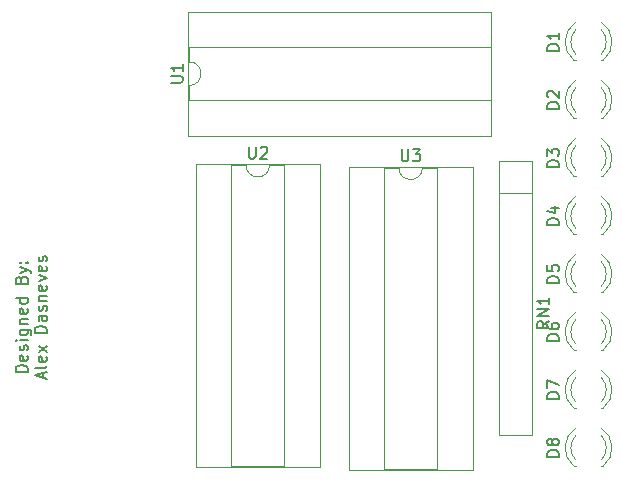
<source format=gbr>
%TF.GenerationSoftware,KiCad,Pcbnew,6.0.2+dfsg-1*%
%TF.CreationDate,2023-03-28T11:03:39-04:00*%
%TF.ProjectId,Register,52656769-7374-4657-922e-6b696361645f,rev?*%
%TF.SameCoordinates,Original*%
%TF.FileFunction,Legend,Top*%
%TF.FilePolarity,Positive*%
%FSLAX46Y46*%
G04 Gerber Fmt 4.6, Leading zero omitted, Abs format (unit mm)*
G04 Created by KiCad (PCBNEW 6.0.2+dfsg-1) date 2023-03-28 11:03:39*
%MOMM*%
%LPD*%
G01*
G04 APERTURE LIST*
%ADD10C,0.150000*%
%ADD11C,0.120000*%
G04 APERTURE END LIST*
D10*
X35969380Y-85391047D02*
X34969380Y-85391047D01*
X34969380Y-85152952D01*
X35017000Y-85010095D01*
X35112238Y-84914857D01*
X35207476Y-84867238D01*
X35397952Y-84819619D01*
X35540809Y-84819619D01*
X35731285Y-84867238D01*
X35826523Y-84914857D01*
X35921761Y-85010095D01*
X35969380Y-85152952D01*
X35969380Y-85391047D01*
X35921761Y-84010095D02*
X35969380Y-84105333D01*
X35969380Y-84295809D01*
X35921761Y-84391047D01*
X35826523Y-84438666D01*
X35445571Y-84438666D01*
X35350333Y-84391047D01*
X35302714Y-84295809D01*
X35302714Y-84105333D01*
X35350333Y-84010095D01*
X35445571Y-83962476D01*
X35540809Y-83962476D01*
X35636047Y-84438666D01*
X35921761Y-83581523D02*
X35969380Y-83486285D01*
X35969380Y-83295809D01*
X35921761Y-83200571D01*
X35826523Y-83152952D01*
X35778904Y-83152952D01*
X35683666Y-83200571D01*
X35636047Y-83295809D01*
X35636047Y-83438666D01*
X35588428Y-83533904D01*
X35493190Y-83581523D01*
X35445571Y-83581523D01*
X35350333Y-83533904D01*
X35302714Y-83438666D01*
X35302714Y-83295809D01*
X35350333Y-83200571D01*
X35969380Y-82724380D02*
X35302714Y-82724380D01*
X34969380Y-82724380D02*
X35017000Y-82772000D01*
X35064619Y-82724380D01*
X35017000Y-82676761D01*
X34969380Y-82724380D01*
X35064619Y-82724380D01*
X35302714Y-81819619D02*
X36112238Y-81819619D01*
X36207476Y-81867238D01*
X36255095Y-81914857D01*
X36302714Y-82010095D01*
X36302714Y-82152952D01*
X36255095Y-82248190D01*
X35921761Y-81819619D02*
X35969380Y-81914857D01*
X35969380Y-82105333D01*
X35921761Y-82200571D01*
X35874142Y-82248190D01*
X35778904Y-82295809D01*
X35493190Y-82295809D01*
X35397952Y-82248190D01*
X35350333Y-82200571D01*
X35302714Y-82105333D01*
X35302714Y-81914857D01*
X35350333Y-81819619D01*
X35302714Y-81343428D02*
X35969380Y-81343428D01*
X35397952Y-81343428D02*
X35350333Y-81295809D01*
X35302714Y-81200571D01*
X35302714Y-81057714D01*
X35350333Y-80962476D01*
X35445571Y-80914857D01*
X35969380Y-80914857D01*
X35921761Y-80057714D02*
X35969380Y-80152952D01*
X35969380Y-80343428D01*
X35921761Y-80438666D01*
X35826523Y-80486285D01*
X35445571Y-80486285D01*
X35350333Y-80438666D01*
X35302714Y-80343428D01*
X35302714Y-80152952D01*
X35350333Y-80057714D01*
X35445571Y-80010095D01*
X35540809Y-80010095D01*
X35636047Y-80486285D01*
X35969380Y-79152952D02*
X34969380Y-79152952D01*
X35921761Y-79152952D02*
X35969380Y-79248190D01*
X35969380Y-79438666D01*
X35921761Y-79533904D01*
X35874142Y-79581523D01*
X35778904Y-79629142D01*
X35493190Y-79629142D01*
X35397952Y-79581523D01*
X35350333Y-79533904D01*
X35302714Y-79438666D01*
X35302714Y-79248190D01*
X35350333Y-79152952D01*
X35445571Y-77581523D02*
X35493190Y-77438666D01*
X35540809Y-77391047D01*
X35636047Y-77343428D01*
X35778904Y-77343428D01*
X35874142Y-77391047D01*
X35921761Y-77438666D01*
X35969380Y-77533904D01*
X35969380Y-77914857D01*
X34969380Y-77914857D01*
X34969380Y-77581523D01*
X35017000Y-77486285D01*
X35064619Y-77438666D01*
X35159857Y-77391047D01*
X35255095Y-77391047D01*
X35350333Y-77438666D01*
X35397952Y-77486285D01*
X35445571Y-77581523D01*
X35445571Y-77914857D01*
X35302714Y-77010095D02*
X35969380Y-76772000D01*
X35302714Y-76533904D02*
X35969380Y-76772000D01*
X36207476Y-76867238D01*
X36255095Y-76914857D01*
X36302714Y-77010095D01*
X35874142Y-76152952D02*
X35921761Y-76105333D01*
X35969380Y-76152952D01*
X35921761Y-76200571D01*
X35874142Y-76152952D01*
X35969380Y-76152952D01*
X35350333Y-76152952D02*
X35397952Y-76105333D01*
X35445571Y-76152952D01*
X35397952Y-76200571D01*
X35350333Y-76152952D01*
X35445571Y-76152952D01*
X37293666Y-85938666D02*
X37293666Y-85462476D01*
X37579380Y-86033904D02*
X36579380Y-85700571D01*
X37579380Y-85367238D01*
X37579380Y-84891047D02*
X37531761Y-84986285D01*
X37436523Y-85033904D01*
X36579380Y-85033904D01*
X37531761Y-84129142D02*
X37579380Y-84224380D01*
X37579380Y-84414857D01*
X37531761Y-84510095D01*
X37436523Y-84557714D01*
X37055571Y-84557714D01*
X36960333Y-84510095D01*
X36912714Y-84414857D01*
X36912714Y-84224380D01*
X36960333Y-84129142D01*
X37055571Y-84081523D01*
X37150809Y-84081523D01*
X37246047Y-84557714D01*
X37579380Y-83748190D02*
X36912714Y-83224380D01*
X36912714Y-83748190D02*
X37579380Y-83224380D01*
X37579380Y-82081523D02*
X36579380Y-82081523D01*
X36579380Y-81843428D01*
X36627000Y-81700571D01*
X36722238Y-81605333D01*
X36817476Y-81557714D01*
X37007952Y-81510095D01*
X37150809Y-81510095D01*
X37341285Y-81557714D01*
X37436523Y-81605333D01*
X37531761Y-81700571D01*
X37579380Y-81843428D01*
X37579380Y-82081523D01*
X37579380Y-80652952D02*
X37055571Y-80652952D01*
X36960333Y-80700571D01*
X36912714Y-80795809D01*
X36912714Y-80986285D01*
X36960333Y-81081523D01*
X37531761Y-80652952D02*
X37579380Y-80748190D01*
X37579380Y-80986285D01*
X37531761Y-81081523D01*
X37436523Y-81129142D01*
X37341285Y-81129142D01*
X37246047Y-81081523D01*
X37198428Y-80986285D01*
X37198428Y-80748190D01*
X37150809Y-80652952D01*
X37531761Y-80224380D02*
X37579380Y-80129142D01*
X37579380Y-79938666D01*
X37531761Y-79843428D01*
X37436523Y-79795809D01*
X37388904Y-79795809D01*
X37293666Y-79843428D01*
X37246047Y-79938666D01*
X37246047Y-80081523D01*
X37198428Y-80176761D01*
X37103190Y-80224380D01*
X37055571Y-80224380D01*
X36960333Y-80176761D01*
X36912714Y-80081523D01*
X36912714Y-79938666D01*
X36960333Y-79843428D01*
X36912714Y-79367238D02*
X37579380Y-79367238D01*
X37007952Y-79367238D02*
X36960333Y-79319619D01*
X36912714Y-79224380D01*
X36912714Y-79081523D01*
X36960333Y-78986285D01*
X37055571Y-78938666D01*
X37579380Y-78938666D01*
X37531761Y-78081523D02*
X37579380Y-78176761D01*
X37579380Y-78367238D01*
X37531761Y-78462476D01*
X37436523Y-78510095D01*
X37055571Y-78510095D01*
X36960333Y-78462476D01*
X36912714Y-78367238D01*
X36912714Y-78176761D01*
X36960333Y-78081523D01*
X37055571Y-78033904D01*
X37150809Y-78033904D01*
X37246047Y-78510095D01*
X36912714Y-77700571D02*
X37579380Y-77462476D01*
X36912714Y-77224380D01*
X37531761Y-76462476D02*
X37579380Y-76557714D01*
X37579380Y-76748190D01*
X37531761Y-76843428D01*
X37436523Y-76891047D01*
X37055571Y-76891047D01*
X36960333Y-76843428D01*
X36912714Y-76748190D01*
X36912714Y-76557714D01*
X36960333Y-76462476D01*
X37055571Y-76414857D01*
X37150809Y-76414857D01*
X37246047Y-76891047D01*
X37531761Y-76033904D02*
X37579380Y-75938666D01*
X37579380Y-75748190D01*
X37531761Y-75652952D01*
X37436523Y-75605333D01*
X37388904Y-75605333D01*
X37293666Y-75652952D01*
X37246047Y-75748190D01*
X37246047Y-75891047D01*
X37198428Y-75986285D01*
X37103190Y-76033904D01*
X37055571Y-76033904D01*
X36960333Y-75986285D01*
X36912714Y-75891047D01*
X36912714Y-75748190D01*
X36960333Y-75652952D01*
%TO.C,D3*%
X80962380Y-68023095D02*
X79962380Y-68023095D01*
X79962380Y-67785000D01*
X80010000Y-67642142D01*
X80105238Y-67546904D01*
X80200476Y-67499285D01*
X80390952Y-67451666D01*
X80533809Y-67451666D01*
X80724285Y-67499285D01*
X80819523Y-67546904D01*
X80914761Y-67642142D01*
X80962380Y-67785000D01*
X80962380Y-68023095D01*
X79962380Y-67118333D02*
X79962380Y-66499285D01*
X80343333Y-66832619D01*
X80343333Y-66689761D01*
X80390952Y-66594523D01*
X80438571Y-66546904D01*
X80533809Y-66499285D01*
X80771904Y-66499285D01*
X80867142Y-66546904D01*
X80914761Y-66594523D01*
X80962380Y-66689761D01*
X80962380Y-66975476D01*
X80914761Y-67070714D01*
X80867142Y-67118333D01*
%TO.C,U3*%
X67648095Y-66557380D02*
X67648095Y-67366904D01*
X67695714Y-67462142D01*
X67743333Y-67509761D01*
X67838571Y-67557380D01*
X68029047Y-67557380D01*
X68124285Y-67509761D01*
X68171904Y-67462142D01*
X68219523Y-67366904D01*
X68219523Y-66557380D01*
X68600476Y-66557380D02*
X69219523Y-66557380D01*
X68886190Y-66938333D01*
X69029047Y-66938333D01*
X69124285Y-66985952D01*
X69171904Y-67033571D01*
X69219523Y-67128809D01*
X69219523Y-67366904D01*
X69171904Y-67462142D01*
X69124285Y-67509761D01*
X69029047Y-67557380D01*
X68743333Y-67557380D01*
X68648095Y-67509761D01*
X68600476Y-67462142D01*
%TO.C,D7*%
X80962380Y-87653095D02*
X79962380Y-87653095D01*
X79962380Y-87415000D01*
X80010000Y-87272142D01*
X80105238Y-87176904D01*
X80200476Y-87129285D01*
X80390952Y-87081666D01*
X80533809Y-87081666D01*
X80724285Y-87129285D01*
X80819523Y-87176904D01*
X80914761Y-87272142D01*
X80962380Y-87415000D01*
X80962380Y-87653095D01*
X79962380Y-86748333D02*
X79962380Y-86081666D01*
X80962380Y-86510238D01*
%TO.C,U2*%
X54708095Y-66337380D02*
X54708095Y-67146904D01*
X54755714Y-67242142D01*
X54803333Y-67289761D01*
X54898571Y-67337380D01*
X55089047Y-67337380D01*
X55184285Y-67289761D01*
X55231904Y-67242142D01*
X55279523Y-67146904D01*
X55279523Y-66337380D01*
X55708095Y-66432619D02*
X55755714Y-66385000D01*
X55850952Y-66337380D01*
X56089047Y-66337380D01*
X56184285Y-66385000D01*
X56231904Y-66432619D01*
X56279523Y-66527857D01*
X56279523Y-66623095D01*
X56231904Y-66765952D01*
X55660476Y-67337380D01*
X56279523Y-67337380D01*
%TO.C,D4*%
X80962380Y-72933095D02*
X79962380Y-72933095D01*
X79962380Y-72695000D01*
X80010000Y-72552142D01*
X80105238Y-72456904D01*
X80200476Y-72409285D01*
X80390952Y-72361666D01*
X80533809Y-72361666D01*
X80724285Y-72409285D01*
X80819523Y-72456904D01*
X80914761Y-72552142D01*
X80962380Y-72695000D01*
X80962380Y-72933095D01*
X80295714Y-71504523D02*
X80962380Y-71504523D01*
X79914761Y-71742619D02*
X80629047Y-71980714D01*
X80629047Y-71361666D01*
%TO.C,D1*%
X80962380Y-58198095D02*
X79962380Y-58198095D01*
X79962380Y-57960000D01*
X80010000Y-57817142D01*
X80105238Y-57721904D01*
X80200476Y-57674285D01*
X80390952Y-57626666D01*
X80533809Y-57626666D01*
X80724285Y-57674285D01*
X80819523Y-57721904D01*
X80914761Y-57817142D01*
X80962380Y-57960000D01*
X80962380Y-58198095D01*
X80962380Y-56674285D02*
X80962380Y-57245714D01*
X80962380Y-56960000D02*
X79962380Y-56960000D01*
X80105238Y-57055238D01*
X80200476Y-57150476D01*
X80248095Y-57245714D01*
%TO.C,U1*%
X48102380Y-60911904D02*
X48911904Y-60911904D01*
X49007142Y-60864285D01*
X49054761Y-60816666D01*
X49102380Y-60721428D01*
X49102380Y-60530952D01*
X49054761Y-60435714D01*
X49007142Y-60388095D01*
X48911904Y-60340476D01*
X48102380Y-60340476D01*
X49102380Y-59340476D02*
X49102380Y-59911904D01*
X49102380Y-59626190D02*
X48102380Y-59626190D01*
X48245238Y-59721428D01*
X48340476Y-59816666D01*
X48388095Y-59911904D01*
%TO.C,D8*%
X80962380Y-92563095D02*
X79962380Y-92563095D01*
X79962380Y-92325000D01*
X80010000Y-92182142D01*
X80105238Y-92086904D01*
X80200476Y-92039285D01*
X80390952Y-91991666D01*
X80533809Y-91991666D01*
X80724285Y-92039285D01*
X80819523Y-92086904D01*
X80914761Y-92182142D01*
X80962380Y-92325000D01*
X80962380Y-92563095D01*
X80390952Y-91420238D02*
X80343333Y-91515476D01*
X80295714Y-91563095D01*
X80200476Y-91610714D01*
X80152857Y-91610714D01*
X80057619Y-91563095D01*
X80010000Y-91515476D01*
X79962380Y-91420238D01*
X79962380Y-91229761D01*
X80010000Y-91134523D01*
X80057619Y-91086904D01*
X80152857Y-91039285D01*
X80200476Y-91039285D01*
X80295714Y-91086904D01*
X80343333Y-91134523D01*
X80390952Y-91229761D01*
X80390952Y-91420238D01*
X80438571Y-91515476D01*
X80486190Y-91563095D01*
X80581428Y-91610714D01*
X80771904Y-91610714D01*
X80867142Y-91563095D01*
X80914761Y-91515476D01*
X80962380Y-91420238D01*
X80962380Y-91229761D01*
X80914761Y-91134523D01*
X80867142Y-91086904D01*
X80771904Y-91039285D01*
X80581428Y-91039285D01*
X80486190Y-91086904D01*
X80438571Y-91134523D01*
X80390952Y-91229761D01*
%TO.C,RN1*%
X80122380Y-81110476D02*
X79646190Y-81443809D01*
X80122380Y-81681904D02*
X79122380Y-81681904D01*
X79122380Y-81300952D01*
X79170000Y-81205714D01*
X79217619Y-81158095D01*
X79312857Y-81110476D01*
X79455714Y-81110476D01*
X79550952Y-81158095D01*
X79598571Y-81205714D01*
X79646190Y-81300952D01*
X79646190Y-81681904D01*
X80122380Y-80681904D02*
X79122380Y-80681904D01*
X80122380Y-80110476D01*
X79122380Y-80110476D01*
X80122380Y-79110476D02*
X80122380Y-79681904D01*
X80122380Y-79396190D02*
X79122380Y-79396190D01*
X79265238Y-79491428D01*
X79360476Y-79586666D01*
X79408095Y-79681904D01*
%TO.C,D6*%
X80962380Y-82743095D02*
X79962380Y-82743095D01*
X79962380Y-82505000D01*
X80010000Y-82362142D01*
X80105238Y-82266904D01*
X80200476Y-82219285D01*
X80390952Y-82171666D01*
X80533809Y-82171666D01*
X80724285Y-82219285D01*
X80819523Y-82266904D01*
X80914761Y-82362142D01*
X80962380Y-82505000D01*
X80962380Y-82743095D01*
X79962380Y-81314523D02*
X79962380Y-81505000D01*
X80010000Y-81600238D01*
X80057619Y-81647857D01*
X80200476Y-81743095D01*
X80390952Y-81790714D01*
X80771904Y-81790714D01*
X80867142Y-81743095D01*
X80914761Y-81695476D01*
X80962380Y-81600238D01*
X80962380Y-81409761D01*
X80914761Y-81314523D01*
X80867142Y-81266904D01*
X80771904Y-81219285D01*
X80533809Y-81219285D01*
X80438571Y-81266904D01*
X80390952Y-81314523D01*
X80343333Y-81409761D01*
X80343333Y-81600238D01*
X80390952Y-81695476D01*
X80438571Y-81743095D01*
X80533809Y-81790714D01*
%TO.C,D5*%
X80962380Y-77843095D02*
X79962380Y-77843095D01*
X79962380Y-77605000D01*
X80010000Y-77462142D01*
X80105238Y-77366904D01*
X80200476Y-77319285D01*
X80390952Y-77271666D01*
X80533809Y-77271666D01*
X80724285Y-77319285D01*
X80819523Y-77366904D01*
X80914761Y-77462142D01*
X80962380Y-77605000D01*
X80962380Y-77843095D01*
X79962380Y-76366904D02*
X79962380Y-76843095D01*
X80438571Y-76890714D01*
X80390952Y-76843095D01*
X80343333Y-76747857D01*
X80343333Y-76509761D01*
X80390952Y-76414523D01*
X80438571Y-76366904D01*
X80533809Y-76319285D01*
X80771904Y-76319285D01*
X80867142Y-76366904D01*
X80914761Y-76414523D01*
X80962380Y-76509761D01*
X80962380Y-76747857D01*
X80914761Y-76843095D01*
X80867142Y-76890714D01*
%TO.C,D2*%
X80962380Y-63108095D02*
X79962380Y-63108095D01*
X79962380Y-62870000D01*
X80010000Y-62727142D01*
X80105238Y-62631904D01*
X80200476Y-62584285D01*
X80390952Y-62536666D01*
X80533809Y-62536666D01*
X80724285Y-62584285D01*
X80819523Y-62631904D01*
X80914761Y-62727142D01*
X80962380Y-62870000D01*
X80962380Y-63108095D01*
X80057619Y-62155714D02*
X80010000Y-62108095D01*
X79962380Y-62012857D01*
X79962380Y-61774761D01*
X80010000Y-61679523D01*
X80057619Y-61631904D01*
X80152857Y-61584285D01*
X80248095Y-61584285D01*
X80390952Y-61631904D01*
X80962380Y-62203333D01*
X80962380Y-61584285D01*
D11*
%TO.C,D3*%
X84550000Y-68845000D02*
X84706000Y-68845000D01*
X82234000Y-68845000D02*
X82390000Y-68845000D01*
X82391392Y-65612665D02*
G75*
G03*
X82234484Y-68845000I1078609J-1672335D01*
G01*
X82390163Y-66243870D02*
G75*
G03*
X82390000Y-68325961I1079837J-1041130D01*
G01*
X84705516Y-68845000D02*
G75*
G03*
X84548608Y-65612665I-1235517J1560000D01*
G01*
X84550000Y-68325961D02*
G75*
G03*
X84549837Y-66243870I-1080000J1040961D01*
G01*
%TO.C,U3*%
X67410000Y-68105000D02*
X66160000Y-68105000D01*
X63160000Y-68045000D02*
X63160000Y-93685000D01*
X73660000Y-93685000D02*
X73660000Y-68045000D01*
X63160000Y-93685000D02*
X73660000Y-93685000D01*
X70660000Y-68105000D02*
X69410000Y-68105000D01*
X73660000Y-68045000D02*
X63160000Y-68045000D01*
X66160000Y-93625000D02*
X70660000Y-93625000D01*
X70660000Y-93625000D02*
X70660000Y-68105000D01*
X66160000Y-68105000D02*
X66160000Y-93625000D01*
X67410000Y-68105000D02*
G75*
G03*
X69410000Y-68105000I1000000J0D01*
G01*
%TO.C,D7*%
X82234000Y-88475000D02*
X82390000Y-88475000D01*
X84550000Y-88475000D02*
X84706000Y-88475000D01*
X82391392Y-85242665D02*
G75*
G03*
X82234484Y-88475000I1078609J-1672335D01*
G01*
X84550000Y-87955961D02*
G75*
G03*
X84549837Y-85873870I-1080000J1040961D01*
G01*
X84705516Y-88475000D02*
G75*
G03*
X84548608Y-85242665I-1235517J1560000D01*
G01*
X82390163Y-85873870D02*
G75*
G03*
X82390000Y-87955961I1079837J-1041130D01*
G01*
%TO.C,U2*%
X50220000Y-67825000D02*
X50220000Y-93465000D01*
X57720000Y-93405000D02*
X57720000Y-67885000D01*
X53220000Y-67885000D02*
X53220000Y-93405000D01*
X60720000Y-67825000D02*
X50220000Y-67825000D01*
X53220000Y-93405000D02*
X57720000Y-93405000D01*
X60720000Y-93465000D02*
X60720000Y-67825000D01*
X54470000Y-67885000D02*
X53220000Y-67885000D01*
X50220000Y-93465000D02*
X60720000Y-93465000D01*
X57720000Y-67885000D02*
X56470000Y-67885000D01*
X54470000Y-67885000D02*
G75*
G03*
X56470000Y-67885000I1000000J0D01*
G01*
%TO.C,D4*%
X82234000Y-73755000D02*
X82390000Y-73755000D01*
X84550000Y-73755000D02*
X84706000Y-73755000D01*
X82391392Y-70522665D02*
G75*
G03*
X82234484Y-73755000I1078609J-1672335D01*
G01*
X84705516Y-73755000D02*
G75*
G03*
X84548608Y-70522665I-1235517J1560000D01*
G01*
X82390163Y-71153870D02*
G75*
G03*
X82390000Y-73235961I1079837J-1041130D01*
G01*
X84550000Y-73235961D02*
G75*
G03*
X84549837Y-71153870I-1080000J1040961D01*
G01*
%TO.C,D1*%
X84550000Y-59020000D02*
X84706000Y-59020000D01*
X82234000Y-59020000D02*
X82390000Y-59020000D01*
X82391392Y-55787665D02*
G75*
G03*
X82234484Y-59020000I1078609J-1672335D01*
G01*
X84550000Y-58500961D02*
G75*
G03*
X84549837Y-56418870I-1080000J1040961D01*
G01*
X82390163Y-56418870D02*
G75*
G03*
X82390000Y-58500961I1079837J-1041130D01*
G01*
X84705516Y-59020000D02*
G75*
G03*
X84548608Y-55787665I-1235517J1560000D01*
G01*
%TO.C,U1*%
X49590000Y-54900000D02*
X49590000Y-65400000D01*
X49650000Y-57900000D02*
X49650000Y-59150000D01*
X49650000Y-62400000D02*
X75170000Y-62400000D01*
X75230000Y-65400000D02*
X75230000Y-54900000D01*
X75170000Y-57900000D02*
X49650000Y-57900000D01*
X75170000Y-62400000D02*
X75170000Y-57900000D01*
X49650000Y-61150000D02*
X49650000Y-62400000D01*
X49590000Y-65400000D02*
X75230000Y-65400000D01*
X75230000Y-54900000D02*
X49590000Y-54900000D01*
X49650000Y-61150000D02*
G75*
G03*
X49650000Y-59150000I0J1000000D01*
G01*
%TO.C,D8*%
X84550000Y-93385000D02*
X84706000Y-93385000D01*
X82234000Y-93385000D02*
X82390000Y-93385000D01*
X84550000Y-92865961D02*
G75*
G03*
X84549837Y-90783870I-1080000J1040961D01*
G01*
X82391392Y-90152665D02*
G75*
G03*
X82234484Y-93385000I1078609J-1672335D01*
G01*
X82390163Y-90783870D02*
G75*
G03*
X82390000Y-92865961I1079837J-1041130D01*
G01*
X84705516Y-93385000D02*
G75*
G03*
X84548608Y-90152665I-1235517J1560000D01*
G01*
%TO.C,RN1*%
X75870000Y-90750000D02*
X78670000Y-90750000D01*
X75870000Y-67550000D02*
X75870000Y-90750000D01*
X78670000Y-70260000D02*
X75870000Y-70260000D01*
X78670000Y-90750000D02*
X78670000Y-67550000D01*
X78670000Y-67550000D02*
X75870000Y-67550000D01*
%TO.C,D6*%
X84550000Y-83565000D02*
X84706000Y-83565000D01*
X82234000Y-83565000D02*
X82390000Y-83565000D01*
X84705516Y-83565000D02*
G75*
G03*
X84548608Y-80332665I-1235517J1560000D01*
G01*
X84550000Y-83045961D02*
G75*
G03*
X84549837Y-80963870I-1080000J1040961D01*
G01*
X82390163Y-80963870D02*
G75*
G03*
X82390000Y-83045961I1079837J-1041130D01*
G01*
X82391392Y-80332665D02*
G75*
G03*
X82234484Y-83565000I1078609J-1672335D01*
G01*
%TO.C,D5*%
X82234000Y-78665000D02*
X82390000Y-78665000D01*
X84550000Y-78665000D02*
X84706000Y-78665000D01*
X84705516Y-78665000D02*
G75*
G03*
X84548608Y-75432665I-1235517J1560000D01*
G01*
X82390163Y-76063870D02*
G75*
G03*
X82390000Y-78145961I1079837J-1041130D01*
G01*
X82391392Y-75432665D02*
G75*
G03*
X82234484Y-78665000I1078609J-1672335D01*
G01*
X84550000Y-78145961D02*
G75*
G03*
X84549837Y-76063870I-1080000J1040961D01*
G01*
%TO.C,D2*%
X82234000Y-63930000D02*
X82390000Y-63930000D01*
X84550000Y-63930000D02*
X84706000Y-63930000D01*
X84705516Y-63930000D02*
G75*
G03*
X84548608Y-60697665I-1235517J1560000D01*
G01*
X84550000Y-63410961D02*
G75*
G03*
X84549837Y-61328870I-1080000J1040961D01*
G01*
X82391392Y-60697665D02*
G75*
G03*
X82234484Y-63930000I1078609J-1672335D01*
G01*
X82390163Y-61328870D02*
G75*
G03*
X82390000Y-63410961I1079837J-1041130D01*
G01*
%TD*%
M02*

</source>
